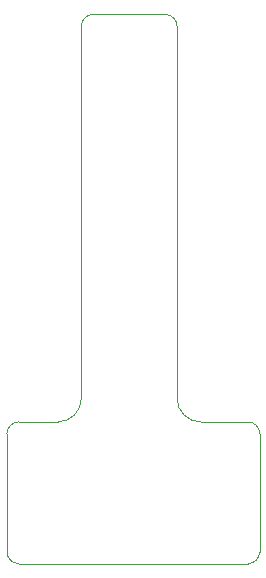
<source format=gbr>
G04 #@! TF.GenerationSoftware,KiCad,Pcbnew,(6.0.2-0)*
G04 #@! TF.CreationDate,2022-06-21T16:49:53+02:00*
G04 #@! TF.ProjectId,JTAG-MINI-ADAPTER,4a544147-2d4d-4494-9e49-2d4144415054,A1*
G04 #@! TF.SameCoordinates,Original*
G04 #@! TF.FileFunction,Profile,NP*
%FSLAX46Y46*%
G04 Gerber Fmt 4.6, Leading zero omitted, Abs format (unit mm)*
G04 Created by KiCad (PCBNEW (6.0.2-0)) date 2022-06-21 16:49:53*
%MOMM*%
%LPD*%
G01*
G04 APERTURE LIST*
G04 #@! TA.AperFunction,Profile*
%ADD10C,0.100000*%
G04 #@! TD*
G04 APERTURE END LIST*
D10*
X108100000Y-98000000D02*
G75*
G03*
X107100000Y-97000000I-1000003J-3D01*
G01*
X100000000Y-129500000D02*
X100000000Y-98000000D01*
X114099997Y-143500000D02*
G75*
G03*
X115099997Y-142500000I-3J1000003D01*
G01*
X107100000Y-97000000D02*
X101000000Y-97000000D01*
X93699997Y-142499997D02*
X93700000Y-132500000D01*
X98000000Y-131500000D02*
G75*
G03*
X100000000Y-129500000I1J1999999D01*
G01*
X114099997Y-143500000D02*
X94699997Y-143499997D01*
X114100000Y-131500000D02*
X110099999Y-131499999D01*
X94700000Y-131500000D02*
G75*
G03*
X93700000Y-132500000I3J-1000003D01*
G01*
X101000000Y-97000000D02*
G75*
G03*
X100000000Y-98000000I3J-1000003D01*
G01*
X115099997Y-142500000D02*
X115100000Y-132500000D01*
X98000000Y-131500000D02*
X94700000Y-131500000D01*
X108099999Y-129499999D02*
X108100000Y-98000000D01*
X115100000Y-132500000D02*
G75*
G03*
X114100000Y-131500000I-1000003J-3D01*
G01*
X93699997Y-142499997D02*
G75*
G03*
X94699997Y-143499997I1000003J3D01*
G01*
X108099999Y-129499999D02*
G75*
G03*
X110099999Y-131499999I1999999J-1D01*
G01*
M02*

</source>
